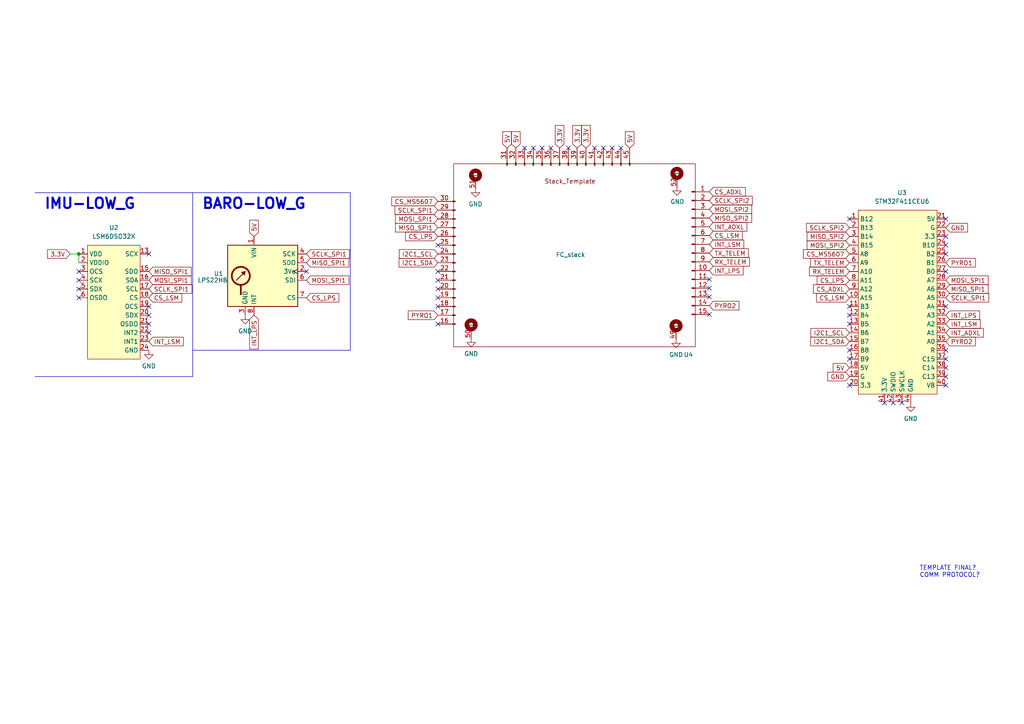
<source format=kicad_sch>
(kicad_sch (version 20230121) (generator eeschema)
  (paper "A4")
  (lib_symbols
    (symbol "STM32F411CEU6_BLACK_PILL_1"
      (property "Reference" "U3" (at 2.54 15.24 0))
      (property "Value" "STM32F411CEU6" (at 2.54 12.7 0))
      (symbol "STM32F411CEU6_BLACK_PILL_1_1_1"
        (rectangle (start -10.16 10.16) (end 12.7 -43.18) (fill (type background)))
        (pin bidirectional line (at -12.7 7.62 0) (length 2.54) (name "B12") (number "1"))
        (pin bidirectional line (at -12.7 -15.24 0) (length 2.54) (name "A15") (number "10"))
        (pin bidirectional line (at -12.7 -17.78 0) (length 2.54) (name "B3") (number "11"))
        (pin bidirectional line (at -12.7 -20.32 0) (length 2.54) (name "B4") (number "12"))
        (pin bidirectional line (at -12.7 -22.86 0) (length 2.54) (name "B5") (number "13"))
        (pin bidirectional line (at -12.7 -25.4 0) (length 2.54) (name "B6") (number "14"))
        (pin bidirectional line (at -12.7 -27.94 0) (length 2.54) (name "B7") (number "15"))
        (pin bidirectional line (at -12.7 -30.48 0) (length 2.54) (name "B8") (number "16"))
        (pin bidirectional line (at -12.7 -33.02 0) (length 2.54) (name "B9") (number "17"))
        (pin power_in line (at -12.7 -35.56 0) (length 2.54) (name "5V") (number "18"))
        (pin power_in line (at -12.7 -38.1 0) (length 2.54) (name "G") (number "19"))
        (pin bidirectional line (at -12.7 5.08 0) (length 2.54) (name "B13") (number "2"))
        (pin power_out line (at -12.7 -40.64 0) (length 2.54) (name "3.3") (number "20"))
        (pin power_in line (at 15.24 7.62 180) (length 2.54) (name "5V") (number "21"))
        (pin power_in line (at 15.24 5.08 180) (length 2.54) (name "G") (number "22"))
        (pin power_out line (at 15.24 2.54 180) (length 2.54) (name "3.3") (number "23"))
        (pin bidirectional line (at 15.24 0 180) (length 2.54) (name "B10") (number "24"))
        (pin bidirectional line (at 15.24 -2.54 180) (length 2.54) (name "B2") (number "25"))
        (pin bidirectional line (at 15.24 -5.08 180) (length 2.54) (name "B1") (number "26"))
        (pin bidirectional line (at 15.24 -7.62 180) (length 2.54) (name "B0") (number "27"))
        (pin bidirectional line (at 15.24 -10.16 180) (length 2.54) (name "A7") (number "28"))
        (pin bidirectional line (at 15.24 -12.7 180) (length 2.54) (name "A6") (number "29"))
        (pin bidirectional line (at -12.7 2.54 0) (length 2.54) (name "B14") (number "3"))
        (pin bidirectional line (at 15.24 -15.24 180) (length 2.54) (name "A5") (number "30"))
        (pin bidirectional line (at 15.24 -17.78 180) (length 2.54) (name "A4") (number "31"))
        (pin bidirectional line (at 15.24 -20.32 180) (length 2.54) (name "A3") (number "32"))
        (pin bidirectional line (at 15.24 -22.86 180) (length 2.54) (name "A2") (number "33"))
        (pin bidirectional line (at 15.24 -25.4 180) (length 2.54) (name "A1") (number "34"))
        (pin bidirectional line (at 15.24 -27.94 180) (length 2.54) (name "A0") (number "35"))
        (pin bidirectional line (at 15.24 -30.48 180) (length 2.54) (name "R") (number "36"))
        (pin bidirectional line (at 15.24 -33.02 180) (length 2.54) (name "C15") (number "37"))
        (pin bidirectional line (at 15.24 -35.56 180) (length 2.54) (name "C14") (number "38"))
        (pin bidirectional line (at 15.24 -38.1 180) (length 2.54) (name "C13") (number "39"))
        (pin bidirectional line (at -12.7 0 0) (length 2.54) (name "B15") (number "4"))
        (pin bidirectional line (at 15.24 -40.64 180) (length 2.54) (name "VB") (number "40"))
        (pin bidirectional line (at -2.54 -45.72 90) (length 2.54) (name "3.3V") (number "41"))
        (pin bidirectional line (at 0 -45.72 90) (length 2.54) (name "SWDIO") (number "42"))
        (pin bidirectional line (at 2.54 -45.72 90) (length 2.54) (name "SWCLK") (number "43"))
        (pin power_in line (at 5.08 -45.72 90) (length 2.54) (name "GND") (number "44"))
        (pin bidirectional line (at -12.7 -2.54 0) (length 2.54) (name "A8") (number "5"))
        (pin bidirectional line (at -12.7 -5.08 0) (length 2.54) (name "A9") (number "6"))
        (pin bidirectional line (at -12.7 -7.62 0) (length 2.54) (name "A10") (number "7"))
        (pin bidirectional line (at -12.7 -10.16 0) (length 2.54) (name "A11") (number "8"))
        (pin bidirectional line (at -12.7 -12.7 0) (length 2.54) (name "A12") (number "9"))
      )
    )
    (symbol "SYM_LIB_2024:LSM6DSO32X"
      (property "Reference" "U2" (at 5.08 7.62 0))
      (property "Value" "LSM6DSO32X" (at 5.08 5.08 0))
      (symbol "LSM6DSO32X_1_1"
        (rectangle (start -2.54 2.54) (end 12.7 -30.48) (fill (type background)))
        (pin power_in line (at -5.08 0 0) (length 2.54) (name "VDD") (number "1"))
        (pin no_connect line (at -5.08 -22.86 0) (length 2.54) hide (name "") (number "10"))
        (pin no_connect line (at -5.08 -25.4 0) (length 2.54) hide (name "") (number "11"))
        (pin no_connect line (at -5.08 -27.94 0) (length 2.54) hide (name "") (number "12"))
        (pin bidirectional line (at 15.24 0 180) (length 2.54) (name "SCX") (number "13"))
        (pin no_connect line (at 15.24 -2.54 180) (length 2.54) hide (name "") (number "14"))
        (pin bidirectional line (at 15.24 -5.08 180) (length 2.54) (name "SDO") (number "15"))
        (pin bidirectional line (at 15.24 -7.62 180) (length 2.54) (name "SDA") (number "16"))
        (pin bidirectional line (at 15.24 -10.16 180) (length 2.54) (name "SCL") (number "17"))
        (pin bidirectional line (at 15.24 -12.7 180) (length 2.54) (name "CS") (number "18"))
        (pin bidirectional line (at 15.24 -15.24 180) (length 2.54) (name "OCS") (number "19"))
        (pin power_in line (at -5.08 -2.54 0) (length 2.54) (name "VDDIO") (number "2"))
        (pin bidirectional line (at 15.24 -17.78 180) (length 2.54) (name "SDX") (number "20"))
        (pin bidirectional line (at 15.24 -20.32 180) (length 2.54) (name "OSDO") (number "21"))
        (pin bidirectional line (at 15.24 -22.86 180) (length 2.54) (name "INT2") (number "22"))
        (pin bidirectional line (at 15.24 -25.4 180) (length 2.54) (name "INT1") (number "23"))
        (pin power_in line (at 15.24 -27.94 180) (length 2.54) (name "GND") (number "24"))
        (pin bidirectional line (at -5.08 -5.08 0) (length 2.54) (name "OCS") (number "3"))
        (pin bidirectional line (at -5.08 -7.62 0) (length 2.54) (name "SCX") (number "4"))
        (pin bidirectional line (at -5.08 -10.16 0) (length 2.54) (name "SDX") (number "5"))
        (pin bidirectional line (at -5.08 -12.7 0) (length 2.54) (name "OSDO") (number "6"))
        (pin no_connect line (at -5.08 -15.24 0) (length 2.54) hide (name "") (number "7"))
        (pin no_connect line (at -5.08 -17.78 0) (length 2.54) hide (name "") (number "8"))
        (pin no_connect line (at -5.08 -20.32 0) (length 2.54) hide (name "") (number "9"))
      )
    )
    (symbol "Sensor_Pressure:LPS22HB"
      (property "Reference" "U1" (at -11.43 1.905 0))
      (property "Value" "LPS22HB" (at -11.43 -0.635 0))
      (symbol "LPS22HB_0_1"
        (rectangle (start -10.16 10.16) (end 10.16 -7.62) (stroke (width 0.254)) (fill (type background)))
        (circle (center -6.35 1.27) (radius 2.6162) (stroke (width 0.508)))
        (polyline (pts (xy -7.62 0) (xy -5.08 2.54)) (stroke (width 0.254)))
        (polyline (pts (xy -6.35 -1.524) (xy -6.35 -4.064)) (stroke (width 0.508)))
        (polyline (pts (xy -5.08 2.54) (xy -5.334 1.524) (xy -6.096 2.286) (xy -5.08 2.54)) (stroke (width 0.254)) (fill (type outline)))
      )
      (symbol "LPS22HB_1_1"
        (pin power_in line (at -2.54 12.7 270) (length 2.54) (name "VIN") (number "1"))
        (pin power_out clock (at 12.7 2.54 180) (length 2.54) (name "3Vo") (number "2"))
        (pin power_in line (at -5.08 -10.16 90) (length 2.54) (name "GND") (number "3"))
        (pin bidirectional line (at 12.7 7.62 180) (length 2.54) (name "SCK") (number "4"))
        (pin input line (at 12.7 5.08 180) (length 2.54) (name "SDO") (number "5"))
        (pin input line (at 12.7 0 180) (length 2.54) (name "SDI") (number "6"))
        (pin output line (at 12.7 -5.08 180) (length 2.54) (name "CS") (number "7"))
        (pin bidirectional line (at -2.54 -10.16 90) (length 2.54) (name "INT") (number "8"))
      )
    )
    (symbol "fc_stack:Template"
      (property "Reference" "U" (at 0 0 0))
      (symbol "Template_0_1"
        (circle (center -28.448 -13.208) (radius 1.27) (stroke (width 1.27)))
        (circle (center -27.178 30.226) (radius 1.27) (stroke (width 1.27)))
        (circle (center 30.988 -13.462) (radius 1.27) (stroke (width 1.27)))
        (circle (center 31.242 30.734) (radius 1.27) (stroke (width 1.27)))
      )
      (symbol "Template_1_1"
        (rectangle (start -33.8836 -13.081) (end -33.02 -12.827) (stroke (width 0.1524)) (fill (type outline)))
        (rectangle (start -33.8836 -10.541) (end -33.02 -10.287) (stroke (width 0.1524)) (fill (type outline)))
        (rectangle (start -33.8836 -8.001) (end -33.02 -7.747) (stroke (width 0.1524)) (fill (type outline)))
        (rectangle (start -33.8836 -5.461) (end -33.02 -5.207) (stroke (width 0.1524)) (fill (type outline)))
        (rectangle (start -33.8836 -2.921) (end -33.02 -2.667) (stroke (width 0.1524)) (fill (type outline)))
        (rectangle (start -33.8836 -0.381) (end -33.02 -0.127) (stroke (width 0.1524)) (fill (type outline)))
        (rectangle (start -33.8836 2.159) (end -33.02 2.413) (stroke (width 0.1524)) (fill (type outline)))
        (rectangle (start -33.8836 4.699) (end -33.02 4.953) (stroke (width 0.1524)) (fill (type outline)))
        (rectangle (start -33.8836 7.239) (end -33.02 7.493) (stroke (width 0.1524)) (fill (type outline)))
        (rectangle (start -33.8836 9.779) (end -33.02 10.033) (stroke (width 0.1524)) (fill (type outline)))
        (rectangle (start -33.8836 12.319) (end -33.02 12.573) (stroke (width 0.1524)) (fill (type outline)))
        (rectangle (start -33.8836 14.859) (end -33.02 15.113) (stroke (width 0.1524)) (fill (type outline)))
        (rectangle (start -33.8836 17.399) (end -33.02 17.653) (stroke (width 0.1524)) (fill (type outline)))
        (rectangle (start -33.8836 19.939) (end -33.02 20.193) (stroke (width 0.1524)) (fill (type outline)))
        (rectangle (start -33.8836 22.479) (end -33.02 22.733) (stroke (width 0.1524)) (fill (type outline)))
        (rectangle (start -33.528 33.528) (end 36.576 -19.558))
        (rectangle (start -18.161 33.8836) (end -17.907 33.02) (stroke (width 0.1524)) (fill (type outline)))
        (rectangle (start -15.621 33.8836) (end -15.367 33.02) (stroke (width 0.1524)) (fill (type outline)))
        (rectangle (start -13.081 33.8836) (end -12.827 33.02) (stroke (width 0.1524)) (fill (type outline)))
        (rectangle (start -10.541 33.8836) (end -10.287 33.02) (stroke (width 0.1524)) (fill (type outline)))
        (rectangle (start -8.001 33.8836) (end -7.747 33.02) (stroke (width 0.1524)) (fill (type outline)))
        (rectangle (start -5.461 33.8836) (end -5.207 33.02) (stroke (width 0.1524)) (fill (type outline)))
        (rectangle (start -2.921 33.8836) (end -2.667 33.02) (stroke (width 0.1524)) (fill (type outline)))
        (rectangle (start -0.381 33.8836) (end -0.127 33.02) (stroke (width 0.1524)) (fill (type outline)))
        (polyline (pts (xy -34.29 -12.954) (xy -33.8836 -12.954)) (stroke (width 0.1524)))
        (polyline (pts (xy -34.29 -10.414) (xy -33.8836 -10.414)) (stroke (width 0.1524)))
        (polyline (pts (xy -34.29 -7.874) (xy -33.8836 -7.874)) (stroke (width 0.1524)))
        (polyline (pts (xy -34.29 -5.334) (xy -33.8836 -5.334)) (stroke (width 0.1524)))
        (polyline (pts (xy -34.29 -2.794) (xy -33.8836 -2.794)) (stroke (width 0.1524)))
        (polyline (pts (xy -34.29 -0.254) (xy -33.8836 -0.254)) (stroke (width 0.1524)))
        (polyline (pts (xy -34.29 2.286) (xy -33.8836 2.286)) (stroke (width 0.1524)))
        (polyline (pts (xy -34.29 4.826) (xy -33.8836 4.826)) (stroke (width 0.1524)))
        (polyline (pts (xy -34.29 7.366) (xy -33.8836 7.366)) (stroke (width 0.1524)))
        (polyline (pts (xy -34.29 9.906) (xy -33.8836 9.906)) (stroke (width 0.1524)))
        (polyline (pts (xy -34.29 12.446) (xy -33.8836 12.446)) (stroke (width 0.1524)))
        (polyline (pts (xy -34.29 14.986) (xy -33.8836 14.986)) (stroke (width 0.1524)))
        (polyline (pts (xy -34.29 17.526) (xy -33.8836 17.526)) (stroke (width 0.1524)))
        (polyline (pts (xy -34.29 20.066) (xy -33.8836 20.066)) (stroke (width 0.1524)))
        (polyline (pts (xy -34.29 22.606) (xy -33.8836 22.606)) (stroke (width 0.1524)))
        (polyline (pts (xy -18.034 34.29) (xy -18.034 33.8836)) (stroke (width 0.1524)))
        (polyline (pts (xy -15.494 34.29) (xy -15.494 33.8836)) (stroke (width 0.1524)))
        (polyline (pts (xy -12.954 34.29) (xy -12.954 33.8836)) (stroke (width 0.1524)))
        (polyline (pts (xy -10.414 34.29) (xy -10.414 33.8836)) (stroke (width 0.1524)))
        (polyline (pts (xy -7.874 34.29) (xy -7.874 33.8836)))
        (polyline (pts (xy -5.334 34.29) (xy -5.334 33.8836)) (stroke (width 0.1524)))
        (polyline (pts (xy -2.794 34.29) (xy -2.794 33.8836)) (stroke (width 0.1524)))
        (polyline (pts (xy -0.254 34.29) (xy -0.254 33.8836)) (stroke (width 0.1524)))
        (polyline (pts (xy 2.286 34.29) (xy 2.286 33.8836)) (stroke (width 0.1524)))
        (polyline (pts (xy 4.826 34.29) (xy 4.826 33.8836)) (stroke (width 0.1524)))
        (polyline (pts (xy 7.366 34.29) (xy 7.366 33.8836)) (stroke (width 0.1524)))
        (polyline (pts (xy 9.906 34.29) (xy 9.906 33.8836)) (stroke (width 0.1524)))
        (polyline (pts (xy 12.446 34.29) (xy 12.446 33.8836)) (stroke (width 0.1524)))
        (polyline (pts (xy 14.986 34.29) (xy 14.986 33.8836)) (stroke (width 0.1524)))
        (polyline (pts (xy 17.526 34.29) (xy 17.526 33.8836)) (stroke (width 0.1524)))
        (polyline (pts (xy 36.83 -10.16) (xy 36.4236 -10.16)) (stroke (width 0.1524)))
        (polyline (pts (xy 36.83 -7.62) (xy 36.4236 -7.62)) (stroke (width 0.1524)))
        (polyline (pts (xy 36.83 -5.08) (xy 36.4236 -5.08)) (stroke (width 0.1524)))
        (polyline (pts (xy 36.83 -2.54) (xy 36.4236 -2.54)) (stroke (width 0.1524)))
        (polyline (pts (xy 36.83 0) (xy 36.4236 0)) (stroke (width 0.1524)))
        (polyline (pts (xy 36.83 2.54) (xy 36.4236 2.54)) (stroke (width 0.1524)))
        (polyline (pts (xy 36.83 5.08) (xy 36.4236 5.08)) (stroke (width 0.1524)))
        (polyline (pts (xy 36.83 7.62) (xy 36.4236 7.62)) (stroke (width 0.1524)))
        (polyline (pts (xy 36.83 10.16) (xy 36.4236 10.16)) (stroke (width 0.1524)))
        (polyline (pts (xy 36.83 12.7) (xy 36.4236 12.7)) (stroke (width 0.1524)))
        (polyline (pts (xy 36.83 15.24) (xy 36.4236 15.24)) (stroke (width 0.1524)))
        (polyline (pts (xy 36.83 17.78) (xy 36.4236 17.78)) (stroke (width 0.1524)))
        (polyline (pts (xy 36.83 20.32) (xy 36.4236 20.32)) (stroke (width 0.1524)))
        (polyline (pts (xy 36.83 22.86) (xy 36.4236 22.86)) (stroke (width 0.1524)))
        (polyline (pts (xy 36.83 25.4) (xy 36.4236 25.4)) (stroke (width 0.1524)))
        (rectangle (start 2.159 33.8836) (end 2.413 33.02) (stroke (width 0.1524)) (fill (type outline)))
        (rectangle (start 4.699 33.8836) (end 4.953 33.02) (stroke (width 0.1524)) (fill (type outline)))
        (rectangle (start 7.239 33.8836) (end 7.493 33.02) (stroke (width 0.1524)) (fill (type outline)))
        (rectangle (start 9.779 33.8836) (end 10.033 33.02) (stroke (width 0.1524)) (fill (type outline)))
        (rectangle (start 12.319 33.8836) (end 12.573 33.02) (stroke (width 0.1524)) (fill (type outline)))
        (rectangle (start 14.859 33.8836) (end 15.113 33.02) (stroke (width 0.1524)) (fill (type outline)))
        (rectangle (start 17.399 33.8836) (end 17.653 33.02) (stroke (width 0.1524)) (fill (type outline)))
        (rectangle (start 36.4236 -10.033) (end 35.56 -10.287) (stroke (width 0.1524)) (fill (type outline)))
        (rectangle (start 36.4236 -7.493) (end 35.56 -7.747) (stroke (width 0.1524)) (fill (type outline)))
        (rectangle (start 36.4236 -4.953) (end 35.56 -5.207) (stroke (width 0.1524)) (fill (type outline)))
        (rectangle (start 36.4236 -2.413) (end 35.56 -2.667) (stroke (width 0.1524)) (fill (type outline)))
        (rectangle (start 36.4236 0.127) (end 35.56 -0.127) (stroke (width 0.1524)) (fill (type outline)))
        (rectangle (start 36.4236 2.667) (end 35.56 2.413) (stroke (width 0.1524)) (fill (type outline)))
        (rectangle (start 36.4236 5.207) (end 35.56 4.953) (stroke (width 0.1524)) (fill (type outline)))
        (rectangle (start 36.4236 7.747) (end 35.56 7.493) (stroke (width 0.1524)) (fill (type outline)))
        (rectangle (start 36.4236 10.287) (end 35.56 10.033) (stroke (width 0.1524)) (fill (type outline)))
        (rectangle (start 36.4236 12.827) (end 35.56 12.573) (stroke (width 0.1524)) (fill (type outline)))
        (rectangle (start 36.4236 15.367) (end 35.56 15.113) (stroke (width 0.1524)) (fill (type outline)))
        (rectangle (start 36.4236 17.907) (end 35.56 17.653) (stroke (width 0.1524)) (fill (type outline)))
        (rectangle (start 36.4236 20.447) (end 35.56 20.193) (stroke (width 0.1524)) (fill (type outline)))
        (rectangle (start 36.4236 22.987) (end 35.56 22.733) (stroke (width 0.1524)) (fill (type outline)))
        (rectangle (start 36.4236 25.527) (end 35.56 25.273) (stroke (width 0.1524)) (fill (type outline)))
        (text "Stack_Template\n" (at 0.254 28.448 0) (effects (font (size 1.27 1.27))))
        (pin passive line (at 40.64 25.4 180) (length 3.81) (name "") (number "1"))
        (pin passive line (at 40.64 2.54 180) (length 3.81) (name "") (number "10"))
        (pin passive line (at 40.64 0 180) (length 3.81) (name "") (number "11"))
        (pin passive line (at 40.64 -2.54 180) (length 3.81) (name "") (number "12"))
        (pin passive line (at 40.64 -5.08 180) (length 3.81) (name "") (number "13"))
        (pin passive line (at 40.64 -7.62 180) (length 3.81) (name "") (number "14"))
        (pin passive line (at 40.64 -10.16 180) (length 3.81) (name "") (number "15"))
        (pin passive line (at -38.1 -12.954 0) (length 3.81) (name "") (number "16"))
        (pin passive line (at -38.1 -10.414 0) (length 3.81) (name "") (number "17"))
        (pin passive line (at -38.1 -7.874 0) (length 3.81) (name "") (number "18"))
        (pin passive line (at -38.1 -5.334 0) (length 3.81) (name "") (number "19"))
        (pin passive line (at 40.64 22.86 180) (length 3.81) (name "") (number "2"))
        (pin passive line (at -38.1 -2.794 0) (length 3.81) (name "") (number "20"))
        (pin passive line (at -38.1 -0.254 0) (length 3.81) (name "") (number "21"))
        (pin passive line (at -38.1 2.286 0) (length 3.81) (name "") (number "22"))
        (pin passive line (at -38.1 4.826 0) (length 3.81) (name "") (number "23"))
        (pin passive line (at -38.1 7.366 0) (length 3.81) (name "") (number "24"))
        (pin passive line (at -38.1 9.906 0) (length 3.81) (name "") (number "25"))
        (pin passive line (at -38.1 12.446 0) (length 3.81) (name "") (number "26"))
        (pin passive line (at -38.1 14.986 0) (length 3.81) (name "") (number "27"))
        (pin passive line (at -38.1 17.526 0) (length 3.81) (name "") (number "28"))
        (pin passive line (at -38.1 20.066 0) (length 3.81) (name "") (number "29"))
        (pin passive line (at 40.64 20.32 180) (length 3.81) (name "") (number "3"))
        (pin passive line (at -38.1 22.606 0) (length 3.81) (name "") (number "30"))
        (pin passive line (at -18.034 38.1 270) (length 3.81) (name "") (number "31"))
        (pin passive line (at -15.494 38.1 270) (length 3.81) (name "") (number "32"))
        (pin passive line (at -12.954 38.1 270) (length 3.81) (name "") (number "33"))
        (pin passive line (at -10.414 38.1 270) (length 3.81) (name "") (number "34"))
        (pin passive line (at -7.874 38.1 270) (length 3.81) (name "") (number "35"))
        (pin passive line (at -5.334 38.1 270) (length 3.81) (name "") (number "36"))
        (pin passive line (at -2.794 38.1 270) (length 3.81) (name "") (number "37"))
        (pin passive line (at -0.254 38.1 270) (length 3.81) (name "") (number "38"))
        (pin passive line (at 2.286 38.1 270) (length 3.81) (name "") (number "39"))
        (pin passive line (at 40.64 17.78 180) (length 3.81) (name "") (number "4"))
        (pin passive line (at 4.826 38.1 270) (length 3.81) (name "") (number "40"))
        (pin passive line (at 7.366 38.1 270) (length 3.81) (name "") (number "41"))
        (pin passive line (at 9.906 38.1 270) (length 3.81) (name "") (number "42"))
        (pin passive line (at 12.446 38.1 270) (length 3.81) (name "") (number "43"))
        (pin passive line (at 14.986 38.1 270) (length 3.81) (name "") (number "44"))
        (pin passive line (at 17.526 38.1 270) (length 3.81) (name "") (number "45"))
        (pin input line (at 30.988 -17.272 90) (length 2.54) (name "1") (number "49"))
        (pin passive line (at 40.64 15.24 180) (length 3.81) (name "") (number "5"))
        (pin input line (at -28.448 -17.018 90) (length 2.54) (name "1") (number "50"))
        (pin input line (at -27.178 26.416 90) (length 2.54) (name "1") (number "51"))
        (pin input line (at 31.242 26.924 90) (length 2.54) (name "1") (number "52"))
        (pin passive line (at 40.64 12.7 180) (length 3.81) (name "") (number "6"))
        (pin passive line (at 40.64 10.16 180) (length 3.81) (name "") (number "7"))
        (pin passive line (at 40.64 7.62 180) (length 3.81) (name "") (number "8"))
        (pin passive line (at 40.64 5.08 180) (length 3.81) (name "") (number "9"))
      )
    )
    (symbol "power:GND" (power) (pin_names (offset 0))
      (property "Value" "GND" (at 0 -3.81 0))
      (symbol "GND_0_1"
        (polyline (pts (xy 0 0) (xy 0 -1.27) (xy 1.27 -1.27) (xy 0 -2.54) (xy -1.27 -1.27) (xy 0 -1.27)))
      )
      (symbol "GND_1_1"
        (pin power_in line (at 0 0 270) (length 0) hide (name "GND") (number "1"))
      )
    )
  )
  (junction (at 22.86 73.66))
  (no_connect (at 205.74 86.106))
  (no_connect (at 274.32 109.22))
  (no_connect (at 22.86 78.74))
  (no_connect (at 172.466 42.926))
  (no_connect (at 164.846 42.926))
  (no_connect (at 22.86 86.36))
  (no_connect (at 152.146 42.926))
  (no_connect (at 175.006 42.926))
  (no_connect (at 127 93.98))
  (no_connect (at 246.38 111.76))
  (no_connect (at 246.38 63.5))
  (no_connect (at 246.38 93.98))
  (no_connect (at 127 78.74))
  (no_connect (at 205.74 81.026))
  (no_connect (at 180.086 42.926))
  (no_connect (at 43.18 91.44))
  (no_connect (at 127 71.12))
  (no_connect (at 127 81.28))
  (no_connect (at 22.86 83.82))
  (no_connect (at 274.32 78.74))
  (no_connect (at 43.18 93.98))
  (no_connect (at 22.86 81.28))
  (no_connect (at 88.9 78.74))
  (no_connect (at 274.32 106.68))
  (no_connect (at 177.546 42.926))
  (no_connect (at 127 83.82))
  (no_connect (at 256.54 116.84))
  (no_connect (at 274.32 68.58))
  (no_connect (at 274.32 111.76))
  (no_connect (at 274.32 71.12))
  (no_connect (at 274.32 73.66))
  (no_connect (at 205.74 91.186))
  (no_connect (at 274.32 101.6))
  (no_connect (at 261.62 116.84))
  (no_connect (at 43.18 73.66))
  (no_connect (at 259.08 116.84))
  (no_connect (at 127 88.9))
  (no_connect (at 159.766 42.926))
  (no_connect (at 205.74 83.566))
  (no_connect (at 127 86.36))
  (no_connect (at 246.38 88.9))
  (no_connect (at 43.18 88.9))
  (no_connect (at 274.32 104.14))
  (no_connect (at 157.226 42.926))
  (no_connect (at 246.38 104.14))
  (no_connect (at 154.686 42.926))
  (no_connect (at 246.38 101.6))
  (no_connect (at 274.32 88.9))
  (no_connect (at 274.32 63.5))
  (no_connect (at 43.18 96.52))
  (no_connect (at 246.38 91.44))
  (polyline (pts (xy 101.6 101.6) (xy 55.88 101.6)))
  (polyline (pts (xy 10.16 109.22) (xy 55.88 109.22)))
  (wire (pts (xy 22.86 76.2) (xy 22.86 73.66)))
  (polyline (pts (xy 10.16 55.88) (xy 76.2 55.88)))
  (polyline (pts (xy 101.6 55.88) (xy 101.6 101.6)))
  (polyline (pts (xy 76.2 55.88) (xy 101.6 55.88)))
  (polyline (pts (xy 55.88 55.88) (xy 55.88 109.22)))
  (wire (pts (xy 20.32 73.66) (xy 22.86 73.66)))
  (text "TEMPLATE FINAL?\nCOMM PROTOCOL?\n" (at 266.7 167.64 0) (effects (font (size 1.27 1.27)) (justify left bottom)))
  (text "BARO-LOW_G" (at 58.42 60.96 0) (effects (font (size 3 3) bold) (justify left bottom)))
  (text "IMU-LOW_G" (at 12.7 60.96 0) (effects (font (size 3 3) (thickness 0.6) bold) (justify left bottom)))
  (global_label "SCLK_SPI1" (shape input) (at 43.18 83.82 0) (property "Intersheetrefs" "${INTERSHEET_REFS}" (effects hide)))
  (global_label "SCLK_SPI1" (shape input) (at 88.9 73.66 0) (property "Intersheetrefs" "${INTERSHEET_REFS}" (effects hide)))
  (global_label "I2C1_SCL" (shape input) (at 127 73.66 180) (property "Intersheetrefs" "${INTERSHEET_REFS}" (effects hide)))
  (global_label "5V" (shape input) (at 182.626 42.926 90) (property "Intersheetrefs" "${INTERSHEET_REFS}" (effects hide)))
  (global_label "MOSI_SPI1" (shape input) (at 127 63.5 180) (property "Intersheetrefs" "${INTERSHEET_REFS}" (effects hide)))
  (global_label "MISO_SPI1" (shape input) (at 43.18 78.74 0) (property "Intersheetrefs" "${INTERSHEET_REFS}" (effects hide)))
  (global_label "CS_MS5607" (shape input) (at 127 58.42 180) (property "Intersheetrefs" "${INTERSHEET_REFS}" (effects hide)))
  (global_label "INT_ADXL" (shape input) (at 205.74 65.786 0) (property "Intersheetrefs" "${INTERSHEET_REFS}" (effects hide)))
  (global_label "TX_TELEM" (shape input) (at 205.74 73.406 0) (property "Intersheetrefs" "${INTERSHEET_REFS}" (effects hide)))
  (global_label "PYRO2" (shape input) (at 274.32 99.06 0) (property "Intersheetrefs" "${INTERSHEET_REFS}" (effects hide)))
  (global_label "INT_LPS" (shape input) (at 205.74 78.486 0) (property "Intersheetrefs" "${INTERSHEET_REFS}" (effects hide)))
  (global_label "5V" (shape input) (at 149.606 42.926 90) (property "Intersheetrefs" "${INTERSHEET_REFS}" (effects hide)))
  (global_label "INT_LSM" (shape input) (at 205.74 70.866 0) (property "Intersheetrefs" "${INTERSHEET_REFS}" (effects hide)))
  (global_label "MOSI_SPI1" (shape input) (at 274.32 81.28 0) (property "Intersheetrefs" "${INTERSHEET_REFS}" (effects hide)))
  (global_label "MISO_SPI2" (shape input) (at 246.38 68.58 180) (property "Intersheetrefs" "${INTERSHEET_REFS}" (effects hide)))
  (global_label "RX_TELEM" (shape input) (at 205.74 75.946 0) (property "Intersheetrefs" "${INTERSHEET_REFS}" (effects hide)))
  (global_label "3.3V" (shape input) (at 169.926 42.926 90) (property "Intersheetrefs" "${INTERSHEET_REFS}" (effects hide)))
  (global_label "MOSI_SPI1" (shape input) (at 88.9 81.28 0) (property "Intersheetrefs" "${INTERSHEET_REFS}" (effects hide)))
  (global_label "MOSI_SPI2" (shape input) (at 246.38 71.12 180) (property "Intersheetrefs" "${INTERSHEET_REFS}" (effects hide)))
  (global_label "PYRO2" (shape input) (at 205.74 88.646 0) (property "Intersheetrefs" "${INTERSHEET_REFS}" (effects hide)))
  (global_label "CS_LSM" (shape input) (at 205.74 68.326 0) (property "Intersheetrefs" "${INTERSHEET_REFS}" (effects hide)))
  (global_label "INT_LPS" (shape input) (at 73.66 91.44 270) (property "Intersheetrefs" "${INTERSHEET_REFS}" (effects hide)))
  (global_label "TX_TELEM" (shape input) (at 246.38 76.2 180) (property "Intersheetrefs" "${INTERSHEET_REFS}" (effects hide)))
  (global_label "CS_LPS" (shape input) (at 88.9 86.36 0) (property "Intersheetrefs" "${INTERSHEET_REFS}" (effects hide)))
  (global_label "MISO_SPI1" (shape input) (at 127 66.04 180) (property "Intersheetrefs" "${INTERSHEET_REFS}" (effects hide)))
  (global_label "3.3V" (shape input) (at 20.32 73.66 180) (property "Intersheetrefs" "${INTERSHEET_REFS}" (effects hide)))
  (global_label "SCLK_SPI2" (shape input) (at 205.74 58.166 0) (property "Intersheetrefs" "${INTERSHEET_REFS}" (effects hide)))
  (global_label "5V" (shape input) (at 147.066 42.926 90) (property "Intersheetrefs" "${INTERSHEET_REFS}" (effects hide)))
  (global_label "5V" (shape input) (at 246.38 106.68 180) (property "Intersheetrefs" "${INTERSHEET_REFS}" (effects hide)))
  (global_label "3.3V" (shape input) (at 162.306 42.926 90) (property "Intersheetrefs" "${INTERSHEET_REFS}" (effects hide)))
  (global_label "I2C1_SDA" (shape input) (at 127 76.2 180) (property "Intersheetrefs" "${INTERSHEET_REFS}" (effects hide)))
  (global_label "CS_LPS" (shape input) (at 246.38 81.28 180) (property "Intersheetrefs" "${INTERSHEET_REFS}" (effects hide)))
  (global_label "INT_LPS" (shape input) (at 274.32 91.44 0) (property "Intersheetrefs" "${INTERSHEET_REFS}" (effects hide)))
  (global_label "GND" (shape input) (at 274.32 66.04 0) (property "Intersheetrefs" "${INTERSHEET_REFS}" (effects hide)))
  (global_label "SCLK_SPI1" (shape input) (at 127 60.96 180) (property "Intersheetrefs" "${INTERSHEET_REFS}" (effects hide)))
  (global_label "PYRO1" (shape input) (at 127 91.44 180) (property "Intersheetrefs" "${INTERSHEET_REFS}" (effects hide)))
  (global_label "CS_LSM" (shape input) (at 246.38 86.36 180) (property "Intersheetrefs" "${INTERSHEET_REFS}" (effects hide)))
  (global_label "INT_ADXL" (shape input) (at 274.32 96.52 0) (property "Intersheetrefs" "${INTERSHEET_REFS}" (effects hide)))
  (global_label "CS_MS5607" (shape input) (at 246.38 73.66 180) (property "Intersheetrefs" "${INTERSHEET_REFS}" (effects hide)))
  (global_label "I2C1_SCL" (shape input) (at 246.38 96.52 180) (property "Intersheetrefs" "${INTERSHEET_REFS}" (effects hide)))
  (global_label "MISO_SPI1" (shape input) (at 88.9 76.2 0) (property "Intersheetrefs" "${INTERSHEET_REFS}" (effects hide)))
  (global_label "PYRO1" (shape input) (at 274.32 76.2 0) (property "Intersheetrefs" "${INTERSHEET_REFS}" (effects hide)))
  (global_label "MOSI_SPI2" (shape input) (at 205.74 60.706 0) (property "Intersheetrefs" "${INTERSHEET_REFS}" (effects hide)))
  (global_label "SCLK_SPI1" (shape input) (at 274.32 86.36 0) (property "Intersheetrefs" "${INTERSHEET_REFS}" (effects hide)))
  (global_label "CS_LSM" (shape input) (at 43.18 86.36 0) (property "Intersheetrefs" "${INTERSHEET_REFS}" (effects hide)))
  (global_label "INT_LSM" (shape input) (at 274.32 93.98 0) (property "Intersheetrefs" "${INTERSHEET_REFS}" (effects hide)))
  (global_label "CS_LPS" (shape input) (at 127 68.58 180) (property "Intersheetrefs" "${INTERSHEET_REFS}" (effects hide)))
  (global_label "5V" (shape input) (at 73.66 68.58 90) (property "Intersheetrefs" "${INTERSHEET_REFS}" (effects hide)))
  (global_label "I2C1_SDA" (shape input) (at 246.38 99.06 180) (property "Intersheetrefs" "${INTERSHEET_REFS}" (effects hide)))
  (global_label "CS_ADXL" (shape input) (at 205.74 55.626 0) (property "Intersheetrefs" "${INTERSHEET_REFS}" (effects hide)))
  (global_label "SCLK_SPI2" (shape input) (at 246.38 66.04 180) (property "Intersheetrefs" "${INTERSHEET_REFS}" (effects hide)))
  (global_label "RX_TELEM" (shape input) (at 246.38 78.74 180) (property "Intersheetrefs" "${INTERSHEET_REFS}" (effects hide)))
  (global_label "GND" (shape input) (at 246.38 109.22 180) (property "Intersheetrefs" "${INTERSHEET_REFS}" (effects hide)))
  (global_label "3.3V" (shape input) (at 167.386 42.926 90) (property "Intersheetrefs" "${INTERSHEET_REFS}" (effects hide)))
  (global_label "CS_ADXL" (shape input) (at 246.38 83.82 180) (property "Intersheetrefs" "${INTERSHEET_REFS}" (effects hide)))
  (global_label "MISO_SPI2" (shape input) (at 205.74 63.246 0) (property "Intersheetrefs" "${INTERSHEET_REFS}" (effects hide)))
  (global_label "MISO_SPI1" (shape input) (at 274.32 83.82 0) (property "Intersheetrefs" "${INTERSHEET_REFS}" (effects hide)))
  (global_label "MOSI_SPI1" (shape input) (at 43.18 81.28 0) (property "Intersheetrefs" "${INTERSHEET_REFS}" (effects hide)))
  (global_label "INT_LSM" (shape input) (at 43.18 99.06 0) (property "Intersheetrefs" "${INTERSHEET_REFS}" (effects hide)))
  (symbol (lib_id "power:GND") (at 264.16 116.84 0) (unit 1)
    (property "Reference" "#PWR05" (effects hide))
    (property "Value" "GND" (at 264.16 121.412 0))
  )
  (symbol (lib_id "power:GND") (at 71.12 91.44 0) (unit 1)
    (property "Reference" "#PWR06" (effects hide))
    (property "Value" "GND" (at 71.12 96.012 0))
  )
  (symbol (lib_id "SYM_LIB_2024:LSM6DSO32X") (at 27.94 73.66 0) (unit 1)
    (property "Reference" "U2" (at 33.02 66.04 0))
    (property "Value" "LSM6DSO32X" (at 33.02 68.58 0))
    (property "Footprint" "LIB_2024:LSM6DSO32X" (effects hide))
  )
  (symbol (lib_id "power:GND") (at 196.342 54.102 0) (unit 1)
    (property "Reference" "#PWR04" (effects hide))
    (property "Value" "GND" (at 196.469 58.4962 0))
  )
  (symbol (lib_name "STM32F411CEU6_BLACK_PILL_1") (lib_id "SYM_LIB_2024:STM32F411CEU6_BLACK_PILL") (at 259.08 71.12 0) (unit 1)
    (property "Reference" "U3" (at 261.62 55.88 0))
    (property "Value" "STM32F411CEU6" (at 261.62 58.42 0))
    (property "Footprint" "LIB_2024:STM32F411CEU6" (effects hide))
  )
  (symbol (lib_id "Sensor_Pressure:LPS22HB") (at 76.2 81.28 0) (unit 1)
    (property "Reference" "U1" (at 64.77 79.375 0) (effects (justify right)))
    (property "Value" "LPS22HB" (at 66.04 81.28 0) (effects (justify right)))
    (property "Footprint" "LIB_2024:LPS22HB_ThrustMIT" (effects hide))
    (property "Datasheet" "https://www.st.com/resource/en/datasheet/lps22hb.pdf" (effects hide))
  )
  (symbol (lib_id "fc_stack:Template") (at 165.1 81.026 0) (unit 1)
    (property "Reference" "U4" (at 198.2979 102.87 0) (effects (justify left)))
    (property "Value" "FC_stack" (at 165.481 73.8632 0))
    (property "Footprint" "FC_Stack_template:FC_Stack_template" (effects hide))
  )
  (symbol (lib_id "power:GND") (at 136.652 98.044 0) (unit 1)
    (property "Reference" "#PWR01" (effects hide))
    (property "Value" "GND" (at 136.652 102.616 0))
  )
  (symbol (lib_id "power:GND") (at 196.088 98.298 0) (unit 1)
    (property "Reference" "#PWR03" (effects hide))
    (property "Value" "GND" (at 196.088 102.87 0))
  )
  (symbol (lib_id "power:GND") (at 43.18 101.6 0) (unit 1)
    (property "Reference" "#PWR07" (effects hide))
    (property "Value" "GND" (at 43.18 106.172 0))
  )
  (symbol (lib_id "power:GND") (at 137.922 54.61 0) (unit 1)
    (property "Reference" "#PWR02" (effects hide))
    (property "Value" "GND" (at 137.922 59.182 0))
  )
)
</source>
